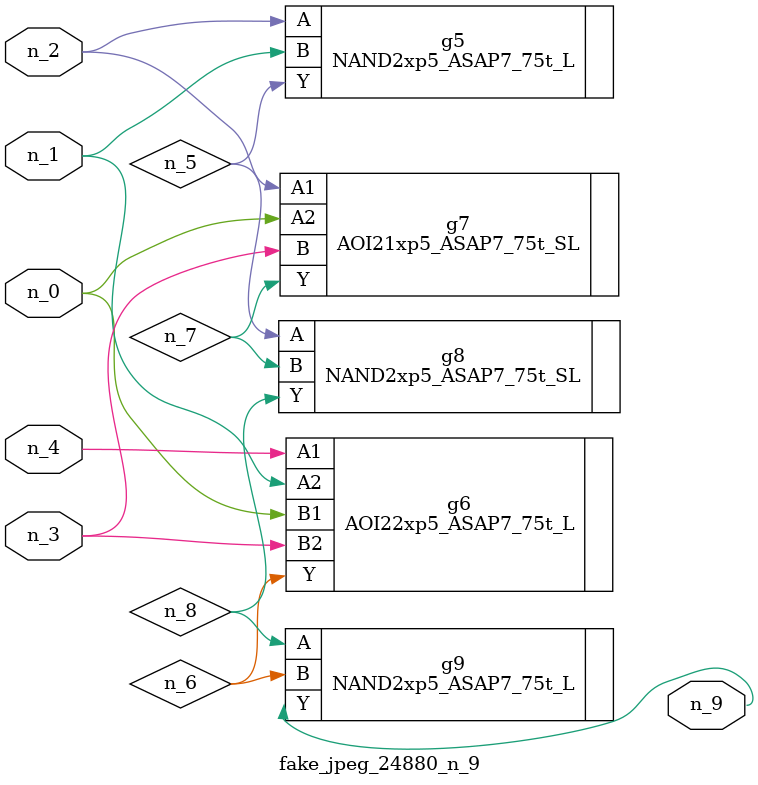
<source format=v>
module fake_jpeg_24880_n_9 (n_3, n_2, n_1, n_0, n_4, n_9);

input n_3;
input n_2;
input n_1;
input n_0;
input n_4;

output n_9;

wire n_8;
wire n_6;
wire n_5;
wire n_7;

NAND2xp5_ASAP7_75t_L g5 ( 
.A(n_2),
.B(n_1),
.Y(n_5)
);

AOI22xp5_ASAP7_75t_L g6 ( 
.A1(n_4),
.A2(n_1),
.B1(n_0),
.B2(n_3),
.Y(n_6)
);

AOI21xp5_ASAP7_75t_SL g7 ( 
.A1(n_2),
.A2(n_0),
.B(n_3),
.Y(n_7)
);

NAND2xp5_ASAP7_75t_SL g8 ( 
.A(n_5),
.B(n_7),
.Y(n_8)
);

NAND2xp5_ASAP7_75t_L g9 ( 
.A(n_8),
.B(n_6),
.Y(n_9)
);


endmodule
</source>
